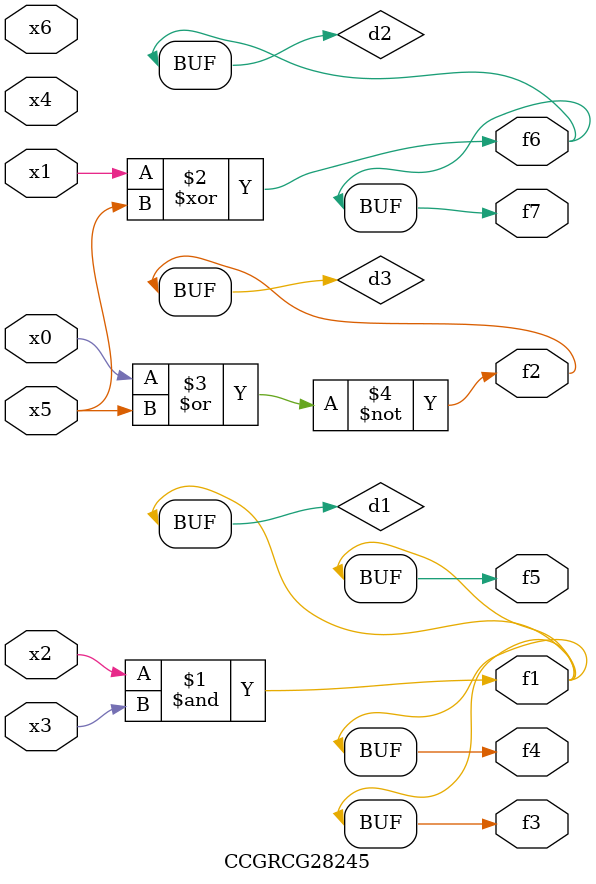
<source format=v>
module CCGRCG28245(
	input x0, x1, x2, x3, x4, x5, x6,
	output f1, f2, f3, f4, f5, f6, f7
);

	wire d1, d2, d3;

	and (d1, x2, x3);
	xor (d2, x1, x5);
	nor (d3, x0, x5);
	assign f1 = d1;
	assign f2 = d3;
	assign f3 = d1;
	assign f4 = d1;
	assign f5 = d1;
	assign f6 = d2;
	assign f7 = d2;
endmodule

</source>
